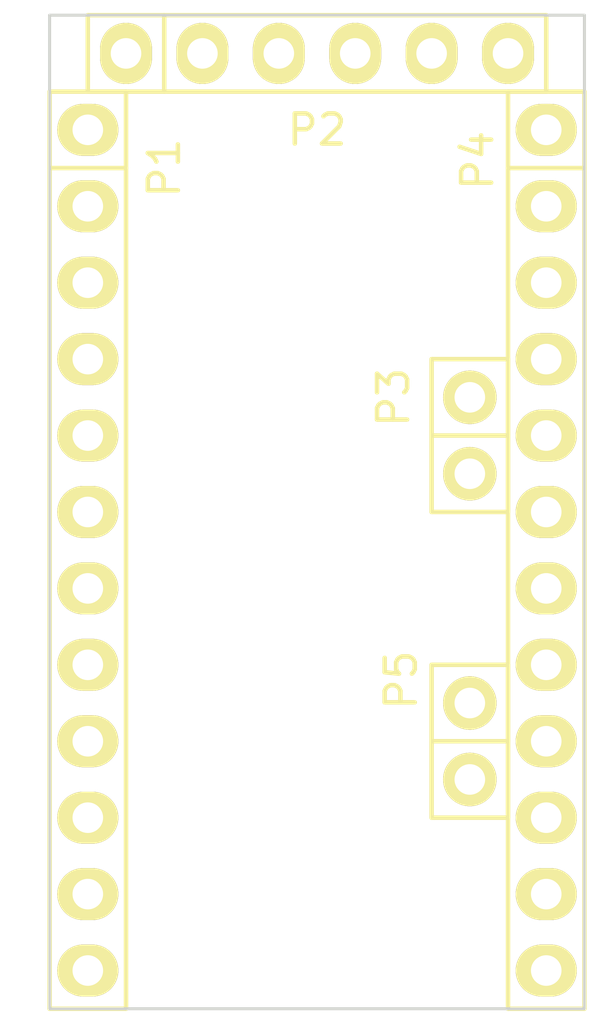
<source format=kicad_pcb>
(kicad_pcb (version 4) (host pcbnew "(2015-03-25 BZR 5536)-product")

  (general
    (links 7)
    (no_connects 7)
    (area 136.454999 80.574999 155.645001 115.015001)
    (thickness 1.6)
    (drawings 11)
    (tracks 0)
    (zones 0)
    (modules 5)
    (nets 28)
  )

  (page A4)
  (title_block
    (date "sam. 04 avril 2015")
  )

  (layers
    (0 F.Cu signal)
    (31 B.Cu signal)
    (32 B.Adhes user)
    (33 F.Adhes user)
    (34 B.Paste user)
    (35 F.Paste user)
    (36 B.SilkS user)
    (37 F.SilkS user)
    (38 B.Mask user)
    (39 F.Mask user)
    (40 Dwgs.User user)
    (41 Cmts.User user)
    (42 Eco1.User user)
    (43 Eco2.User user)
    (44 Edge.Cuts user)
    (45 Margin user)
    (46 B.CrtYd user)
    (47 F.CrtYd user)
    (48 B.Fab user)
    (49 F.Fab user)
  )

  (setup
    (last_trace_width 0.25)
    (trace_clearance 0.2)
    (zone_clearance 0.508)
    (zone_45_only no)
    (trace_min 0.2)
    (segment_width 0.15)
    (edge_width 0.1)
    (via_size 0.6)
    (via_drill 0.4)
    (via_min_size 0.4)
    (via_min_drill 0.3)
    (uvia_size 0.3)
    (uvia_drill 0.1)
    (uvias_allowed no)
    (uvia_min_size 0.2)
    (uvia_min_drill 0.1)
    (pcb_text_width 0.3)
    (pcb_text_size 1.5 1.5)
    (mod_edge_width 0.15)
    (mod_text_size 1 1)
    (mod_text_width 0.15)
    (pad_size 1.5 1.5)
    (pad_drill 0.6)
    (pad_to_mask_clearance 0)
    (aux_axis_origin 137.16 114.3)
    (visible_elements FFFFFF7F)
    (pcbplotparams
      (layerselection 0x00030_80000001)
      (usegerberextensions false)
      (excludeedgelayer true)
      (linewidth 0.100000)
      (plotframeref false)
      (viasonmask false)
      (mode 1)
      (useauxorigin false)
      (hpglpennumber 1)
      (hpglpenspeed 20)
      (hpglpendiameter 15)
      (hpglpenoverlay 2)
      (psnegative false)
      (psa4output false)
      (plotreference true)
      (plotvalue true)
      (plotinvisibletext false)
      (padsonsilk false)
      (subtractmaskfromsilk false)
      (outputformat 1)
      (mirror false)
      (drillshape 1)
      (scaleselection 1)
      (outputdirectory ""))
  )

  (net 0 "")
  (net 1 "/1(Tx)")
  (net 2 "/0(Rx)")
  (net 3 /Reset)
  (net 4 GND)
  (net 5 /2)
  (net 6 "/3(**)")
  (net 7 /4)
  (net 8 "/5(**)")
  (net 9 "/6(**)")
  (net 10 /7)
  (net 11 /8)
  (net 12 "/9(**)")
  (net 13 /DTR)
  (net 14 VCC)
  (net 15 /A5)
  (net 16 /A4)
  (net 17 /RAW)
  (net 18 /A3)
  (net 19 /A2)
  (net 20 /A1)
  (net 21 /A0)
  (net 22 "/13(SCK)")
  (net 23 "/12(MISO)")
  (net 24 "/11(**/MOSI)")
  (net 25 "/10(**/SS)")
  (net 26 /A7)
  (net 27 /A6)

  (net_class Default "This is the default net class."
    (clearance 0.2)
    (trace_width 0.25)
    (via_dia 0.6)
    (via_drill 0.4)
    (uvia_dia 0.3)
    (uvia_drill 0.1)
    (add_net "/0(Rx)")
    (add_net "/1(Tx)")
    (add_net "/10(**/SS)")
    (add_net "/11(**/MOSI)")
    (add_net "/12(MISO)")
    (add_net "/13(SCK)")
    (add_net /2)
    (add_net "/3(**)")
    (add_net /4)
    (add_net "/5(**)")
    (add_net "/6(**)")
    (add_net /7)
    (add_net /8)
    (add_net "/9(**)")
    (add_net /A0)
    (add_net /A1)
    (add_net /A2)
    (add_net /A3)
    (add_net /A4)
    (add_net /A5)
    (add_net /A6)
    (add_net /A7)
    (add_net /DTR)
    (add_net /RAW)
    (add_net /Reset)
    (add_net GND)
    (add_net VCC)
  )

  (module Socket_Arduino_Pro_Mini:Socket_Strip_Arduino_1x12 (layer F.Cu) (tedit 55211351) (tstamp 552111CC)
    (at 138.43 85.09 270)
    (descr "Through hole socket strip")
    (tags "socket strip")
    (path /552014A1)
    (fp_text reference P1 (at 1.27 -2.54 270) (layer F.SilkS)
      (effects (font (size 1 1) (thickness 0.15)))
    )
    (fp_text value Digital (at 5.08 -2.54 270) (layer F.Fab)
      (effects (font (size 1 1) (thickness 0.15)))
    )
    (fp_line (start 1.27 -1.27) (end -1.27 -1.27) (layer F.SilkS) (width 0.15))
    (fp_line (start -1.27 -1.27) (end -1.27 1.27) (layer F.SilkS) (width 0.15))
    (fp_line (start -1.27 1.27) (end 1.27 1.27) (layer F.SilkS) (width 0.15))
    (fp_line (start -1.75 -1.75) (end -1.75 1.75) (layer F.CrtYd) (width 0.05))
    (fp_line (start 29.7 -1.75) (end 29.7 1.75) (layer F.CrtYd) (width 0.05))
    (fp_line (start -1.75 -1.75) (end 29.7 -1.75) (layer F.CrtYd) (width 0.05))
    (fp_line (start -1.75 1.75) (end 29.7 1.75) (layer F.CrtYd) (width 0.05))
    (fp_line (start 1.27 1.27) (end 29.21 1.27) (layer F.SilkS) (width 0.15))
    (fp_line (start 29.21 1.27) (end 29.21 -1.27) (layer F.SilkS) (width 0.15))
    (fp_line (start 29.21 -1.27) (end 1.27 -1.27) (layer F.SilkS) (width 0.15))
    (fp_line (start 1.27 1.27) (end 1.27 -1.27) (layer F.SilkS) (width 0.15))
    (pad 1 thru_hole oval (at 0 0 270) (size 1.7272 2.032) (drill 1.016) (layers *.Cu *.Mask F.SilkS)
      (net 1 "/1(Tx)"))
    (pad 2 thru_hole oval (at 2.54 0 270) (size 1.7272 2.032) (drill 1.016) (layers *.Cu *.Mask F.SilkS)
      (net 2 "/0(Rx)"))
    (pad 3 thru_hole oval (at 5.08 0 270) (size 1.7272 2.032) (drill 1.016) (layers *.Cu *.Mask F.SilkS)
      (net 3 /Reset))
    (pad 4 thru_hole oval (at 7.62 0 270) (size 1.7272 2.032) (drill 1.016) (layers *.Cu *.Mask F.SilkS)
      (net 4 GND))
    (pad 5 thru_hole oval (at 10.16 0 270) (size 1.7272 2.032) (drill 1.016) (layers *.Cu *.Mask F.SilkS)
      (net 5 /2))
    (pad 6 thru_hole oval (at 12.7 0 270) (size 1.7272 2.032) (drill 1.016) (layers *.Cu *.Mask F.SilkS)
      (net 6 "/3(**)"))
    (pad 7 thru_hole oval (at 15.24 0 270) (size 1.7272 2.032) (drill 1.016) (layers *.Cu *.Mask F.SilkS)
      (net 7 /4))
    (pad 8 thru_hole oval (at 17.78 0 270) (size 1.7272 2.032) (drill 1.016) (layers *.Cu *.Mask F.SilkS)
      (net 8 "/5(**)"))
    (pad 9 thru_hole oval (at 20.32 0 270) (size 1.7272 2.032) (drill 1.016) (layers *.Cu *.Mask F.SilkS)
      (net 9 "/6(**)"))
    (pad 10 thru_hole oval (at 22.86 0 270) (size 1.7272 2.032) (drill 1.016) (layers *.Cu *.Mask F.SilkS)
      (net 10 /7))
    (pad 11 thru_hole oval (at 25.4 0 270) (size 1.7272 2.032) (drill 1.016) (layers *.Cu *.Mask F.SilkS)
      (net 11 /8))
    (pad 12 thru_hole oval (at 27.94 0 270) (size 1.7272 2.032) (drill 1.016) (layers *.Cu *.Mask F.SilkS)
      (net 12 "/9(**)"))
    (model ${KIPRJMOD}/Socket_Arduino_Pro_Mini.3dshapes/Socket_header_Arduino_1x12.wrl
      (at (xyz 0.55 0 0))
      (scale (xyz 1 1 1))
      (rotate (xyz 0 0 180))
    )
  )

  (module Socket_Arduino_Pro_Mini:Socket_Strip_Arduino_1x06 (layer F.Cu) (tedit 55211244) (tstamp 552111E1)
    (at 139.7 82.55)
    (descr "Through hole socket strip")
    (tags "socket strip")
    (path /55201543)
    (fp_text reference P2 (at 6.35 2.54) (layer F.SilkS)
      (effects (font (size 1 1) (thickness 0.15)))
    )
    (fp_text value COM (at 6.35 3.81) (layer F.Fab)
      (effects (font (size 1 1) (thickness 0.15)))
    )
    (fp_line (start 1.27 -1.27) (end -1.27 -1.27) (layer F.SilkS) (width 0.15))
    (fp_line (start -1.27 -1.27) (end -1.27 1.27) (layer F.SilkS) (width 0.15))
    (fp_line (start -1.27 1.27) (end 1.27 1.27) (layer F.SilkS) (width 0.15))
    (fp_line (start -1.75 -1.75) (end -1.75 1.75) (layer F.CrtYd) (width 0.05))
    (fp_line (start 14.45 -1.75) (end 14.45 1.75) (layer F.CrtYd) (width 0.05))
    (fp_line (start -1.75 -1.75) (end 14.45 -1.75) (layer F.CrtYd) (width 0.05))
    (fp_line (start -1.75 1.75) (end 14.45 1.75) (layer F.CrtYd) (width 0.05))
    (fp_line (start 1.27 1.27) (end 13.97 1.27) (layer F.SilkS) (width 0.15))
    (fp_line (start 13.97 1.27) (end 13.97 -1.27) (layer F.SilkS) (width 0.15))
    (fp_line (start 13.97 -1.27) (end 1.27 -1.27) (layer F.SilkS) (width 0.15))
    (fp_line (start 1.27 1.27) (end 1.27 -1.27) (layer F.SilkS) (width 0.15))
    (pad 1 thru_hole oval (at 0 0) (size 1.7272 2.032) (drill 1.016) (layers *.Cu *.Mask F.SilkS)
      (net 13 /DTR))
    (pad 2 thru_hole oval (at 2.54 0) (size 1.7272 2.032) (drill 1.016) (layers *.Cu *.Mask F.SilkS)
      (net 1 "/1(Tx)"))
    (pad 3 thru_hole oval (at 5.08 0) (size 1.7272 2.032) (drill 1.016) (layers *.Cu *.Mask F.SilkS)
      (net 2 "/0(Rx)"))
    (pad 4 thru_hole oval (at 7.62 0) (size 1.7272 2.032) (drill 1.016) (layers *.Cu *.Mask F.SilkS)
      (net 14 VCC))
    (pad 5 thru_hole oval (at 10.16 0) (size 1.7272 2.032) (drill 1.016) (layers *.Cu *.Mask F.SilkS)
      (net 4 GND))
    (pad 6 thru_hole oval (at 12.7 0) (size 1.7272 2.032) (drill 1.016) (layers *.Cu *.Mask F.SilkS)
      (net 4 GND))
  )

  (module Socket_Arduino_Pro_Mini:Socket_Strip_Arduino_1x02 (layer F.Cu) (tedit 55211235) (tstamp 552111F2)
    (at 151.13 93.98 270)
    (descr "Through hole socket strip")
    (tags "socket strip")
    (path /55201A4F)
    (fp_text reference P3 (at 0 2.54 270) (layer F.SilkS)
      (effects (font (size 1 1) (thickness 0.15)))
    )
    (fp_text value ADC (at 2.54 2.54 270) (layer F.Fab)
      (effects (font (size 1 1) (thickness 0.15)))
    )
    (fp_line (start 1.27 -1.27) (end -1.27 -1.27) (layer F.SilkS) (width 0.15))
    (fp_line (start -1.27 -1.27) (end -1.27 1.27) (layer F.SilkS) (width 0.15))
    (fp_line (start -1.27 1.27) (end 1.27 1.27) (layer F.SilkS) (width 0.15))
    (fp_line (start 3.81 1.27) (end 1.27 1.27) (layer F.SilkS) (width 0.15))
    (fp_line (start -1.75 -1.75) (end -1.75 1.75) (layer F.CrtYd) (width 0.05))
    (fp_line (start 4.3 -1.75) (end 4.3 1.75) (layer F.CrtYd) (width 0.05))
    (fp_line (start -1.75 -1.75) (end 4.3 -1.75) (layer F.CrtYd) (width 0.05))
    (fp_line (start -1.75 1.75) (end 4.3 1.75) (layer F.CrtYd) (width 0.05))
    (fp_line (start 1.27 1.27) (end 1.27 -1.27) (layer F.SilkS) (width 0.15))
    (fp_line (start 1.27 -1.27) (end 3.81 -1.27) (layer F.SilkS) (width 0.15))
    (fp_line (start 3.81 -1.27) (end 3.81 1.27) (layer F.SilkS) (width 0.15))
    (pad 1 thru_hole circle (at 0 0 270) (size 1.778 1.778) (drill 1.016) (layers *.Cu *.Mask F.SilkS)
      (net 15 /A5))
    (pad 2 thru_hole circle (at 2.54 0 270) (size 1.778 1.778) (drill 1.016) (layers *.Cu *.Mask F.SilkS)
      (net 16 /A4))
  )

  (module Socket_Arduino_Pro_Mini:Socket_Strip_Arduino_1x12 (layer F.Cu) (tedit 5521133F) (tstamp 5521120D)
    (at 153.67 85.09 270)
    (descr "Through hole socket strip")
    (tags "socket strip")
    (path /552014EF)
    (fp_text reference P4 (at 1.016 2.286 270) (layer F.SilkS)
      (effects (font (size 1 1) (thickness 0.15)))
    )
    (fp_text value Analog (at 4.826 2.54 270) (layer F.Fab)
      (effects (font (size 1 1) (thickness 0.15)))
    )
    (fp_line (start 1.27 -1.27) (end -1.27 -1.27) (layer F.SilkS) (width 0.15))
    (fp_line (start -1.27 -1.27) (end -1.27 1.27) (layer F.SilkS) (width 0.15))
    (fp_line (start -1.27 1.27) (end 1.27 1.27) (layer F.SilkS) (width 0.15))
    (fp_line (start -1.75 -1.75) (end -1.75 1.75) (layer F.CrtYd) (width 0.05))
    (fp_line (start 29.7 -1.75) (end 29.7 1.75) (layer F.CrtYd) (width 0.05))
    (fp_line (start -1.75 -1.75) (end 29.7 -1.75) (layer F.CrtYd) (width 0.05))
    (fp_line (start -1.75 1.75) (end 29.7 1.75) (layer F.CrtYd) (width 0.05))
    (fp_line (start 1.27 1.27) (end 29.21 1.27) (layer F.SilkS) (width 0.15))
    (fp_line (start 29.21 1.27) (end 29.21 -1.27) (layer F.SilkS) (width 0.15))
    (fp_line (start 29.21 -1.27) (end 1.27 -1.27) (layer F.SilkS) (width 0.15))
    (fp_line (start 1.27 1.27) (end 1.27 -1.27) (layer F.SilkS) (width 0.15))
    (pad 1 thru_hole oval (at 0 0 270) (size 1.7272 2.032) (drill 1.016) (layers *.Cu *.Mask F.SilkS)
      (net 17 /RAW))
    (pad 2 thru_hole oval (at 2.54 0 270) (size 1.7272 2.032) (drill 1.016) (layers *.Cu *.Mask F.SilkS)
      (net 4 GND))
    (pad 3 thru_hole oval (at 5.08 0 270) (size 1.7272 2.032) (drill 1.016) (layers *.Cu *.Mask F.SilkS)
      (net 3 /Reset))
    (pad 4 thru_hole oval (at 7.62 0 270) (size 1.7272 2.032) (drill 1.016) (layers *.Cu *.Mask F.SilkS)
      (net 14 VCC))
    (pad 5 thru_hole oval (at 10.16 0 270) (size 1.7272 2.032) (drill 1.016) (layers *.Cu *.Mask F.SilkS)
      (net 18 /A3))
    (pad 6 thru_hole oval (at 12.7 0 270) (size 1.7272 2.032) (drill 1.016) (layers *.Cu *.Mask F.SilkS)
      (net 19 /A2))
    (pad 7 thru_hole oval (at 15.24 0 270) (size 1.7272 2.032) (drill 1.016) (layers *.Cu *.Mask F.SilkS)
      (net 20 /A1))
    (pad 8 thru_hole oval (at 17.78 0 270) (size 1.7272 2.032) (drill 1.016) (layers *.Cu *.Mask F.SilkS)
      (net 21 /A0))
    (pad 9 thru_hole oval (at 20.32 0 270) (size 1.7272 2.032) (drill 1.016) (layers *.Cu *.Mask F.SilkS)
      (net 22 "/13(SCK)"))
    (pad 10 thru_hole oval (at 22.86 0 270) (size 1.7272 2.032) (drill 1.016) (layers *.Cu *.Mask F.SilkS)
      (net 23 "/12(MISO)"))
    (pad 11 thru_hole oval (at 25.4 0 270) (size 1.7272 2.032) (drill 1.016) (layers *.Cu *.Mask F.SilkS)
      (net 24 "/11(**/MOSI)"))
    (pad 12 thru_hole oval (at 27.94 0 270) (size 1.7272 2.032) (drill 1.016) (layers *.Cu *.Mask F.SilkS)
      (net 25 "/10(**/SS)"))
    (model ${KIPRJMOD}/Socket_Arduino_Pro_Mini.3dshapes/Socket_header_Arduino_1x12.wrl
      (at (xyz 0.55 0 0))
      (scale (xyz 1 1 1))
      (rotate (xyz 0 0 180))
    )
  )

  (module Socket_Arduino_Pro_Mini:Socket_Strip_Arduino_1x02 (layer F.Cu) (tedit 55211334) (tstamp 55211431)
    (at 151.13 104.14 270)
    (descr "Through hole socket strip")
    (tags "socket strip")
    (path /552112EB)
    (fp_text reference P5 (at -0.762 2.286 270) (layer F.SilkS)
      (effects (font (size 1 1) (thickness 0.15)))
    )
    (fp_text value ADC (at 2.032 2.286 270) (layer F.Fab)
      (effects (font (size 1 1) (thickness 0.15)))
    )
    (fp_line (start 1.27 -1.27) (end -1.27 -1.27) (layer F.SilkS) (width 0.15))
    (fp_line (start -1.27 -1.27) (end -1.27 1.27) (layer F.SilkS) (width 0.15))
    (fp_line (start -1.27 1.27) (end 1.27 1.27) (layer F.SilkS) (width 0.15))
    (fp_line (start 3.81 1.27) (end 1.27 1.27) (layer F.SilkS) (width 0.15))
    (fp_line (start -1.75 -1.75) (end -1.75 1.75) (layer F.CrtYd) (width 0.05))
    (fp_line (start 4.3 -1.75) (end 4.3 1.75) (layer F.CrtYd) (width 0.05))
    (fp_line (start -1.75 -1.75) (end 4.3 -1.75) (layer F.CrtYd) (width 0.05))
    (fp_line (start -1.75 1.75) (end 4.3 1.75) (layer F.CrtYd) (width 0.05))
    (fp_line (start 1.27 1.27) (end 1.27 -1.27) (layer F.SilkS) (width 0.15))
    (fp_line (start 1.27 -1.27) (end 3.81 -1.27) (layer F.SilkS) (width 0.15))
    (fp_line (start 3.81 -1.27) (end 3.81 1.27) (layer F.SilkS) (width 0.15))
    (pad 1 thru_hole circle (at 0 0 270) (size 1.778 1.778) (drill 1.016) (layers *.Cu *.Mask F.SilkS)
      (net 26 /A7))
    (pad 2 thru_hole circle (at 2.54 0 270) (size 1.778 1.778) (drill 1.016) (layers *.Cu *.Mask F.SilkS)
      (net 27 /A6))
  )

  (gr_text 1 (at 136.525 85.217) (layer Dwgs.User)
    (effects (font (size 1.5 1.5) (thickness 0.3)))
  )
  (gr_line (start 143.51 113.03) (end 143.51 107.95) (angle 90) (layer Dwgs.User) (width 0.15))
  (gr_line (start 148.59 113.03) (end 143.51 113.03) (angle 90) (layer Dwgs.User) (width 0.15))
  (gr_line (start 148.59 107.95) (end 148.59 113.03) (angle 90) (layer Dwgs.User) (width 0.15))
  (gr_line (start 143.51 107.95) (end 148.59 107.95) (angle 90) (layer Dwgs.User) (width 0.15))
  (gr_circle (center 146.05 110.49) (end 144.78 110.49) (layer Dwgs.User) (width 0.15))
  (gr_line (start 139.7 114.3) (end 137.16 114.3) (angle 90) (layer Dwgs.User) (width 0.2))
  (gr_line (start 154.94 114.3) (end 137.16 114.3) (angle 90) (layer Edge.Cuts) (width 0.1))
  (gr_line (start 154.94 81.28) (end 154.94 114.3) (angle 90) (layer Edge.Cuts) (width 0.1))
  (gr_line (start 137.16 81.28) (end 154.94 81.28) (angle 90) (layer Edge.Cuts) (width 0.1))
  (gr_line (start 137.16 114.3) (end 137.16 81.28) (angle 90) (layer Edge.Cuts) (width 0.1))

)

</source>
